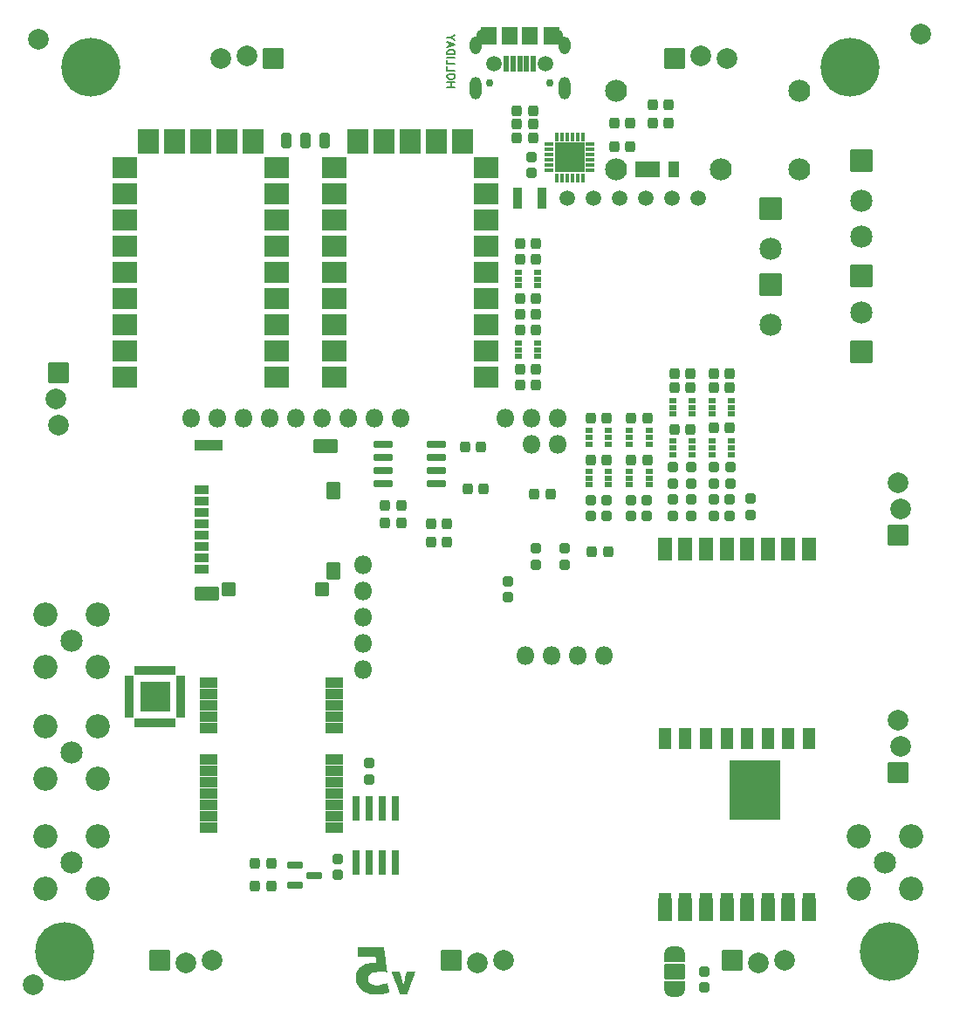
<source format=gbs>
G04 #@! TF.GenerationSoftware,KiCad,Pcbnew,(6.0.5-0)*
G04 #@! TF.CreationDate,2023-01-12T14:03:18-08:00*
G04 #@! TF.ProjectId,mainboard,6d61696e-626f-4617-9264-2e6b69636164,rev?*
G04 #@! TF.SameCoordinates,Original*
G04 #@! TF.FileFunction,Soldermask,Bot*
G04 #@! TF.FilePolarity,Negative*
%FSLAX46Y46*%
G04 Gerber Fmt 4.6, Leading zero omitted, Abs format (unit mm)*
G04 Created by KiCad (PCBNEW (6.0.5-0)) date 2023-01-12 14:03:18*
%MOMM*%
%LPD*%
G01*
G04 APERTURE LIST*
G04 Aperture macros list*
%AMRoundRect*
0 Rectangle with rounded corners*
0 $1 Rounding radius*
0 $2 $3 $4 $5 $6 $7 $8 $9 X,Y pos of 4 corners*
0 Add a 4 corners polygon primitive as box body*
4,1,4,$2,$3,$4,$5,$6,$7,$8,$9,$2,$3,0*
0 Add four circle primitives for the rounded corners*
1,1,$1+$1,$2,$3*
1,1,$1+$1,$4,$5*
1,1,$1+$1,$6,$7*
1,1,$1+$1,$8,$9*
0 Add four rect primitives between the rounded corners*
20,1,$1+$1,$2,$3,$4,$5,0*
20,1,$1+$1,$4,$5,$6,$7,0*
20,1,$1+$1,$6,$7,$8,$9,0*
20,1,$1+$1,$8,$9,$2,$3,0*%
%AMFreePoly0*
4,1,42,0.785921,0.985921,0.800800,0.950000,0.800800,-0.950000,0.785921,-0.985921,0.750000,-1.000800,0.000000,-1.000800,-0.012493,-0.995625,-0.095799,-0.994317,-0.107892,-0.992660,-0.270578,-0.949981,-0.281927,-0.945488,-0.429737,-0.865233,-0.439686,-0.858162,-0.564086,-0.744967,-0.572062,-0.735727,-0.665870,-0.596126,-0.671411,-0.585251,-0.729211,-0.427304,-0.731998,-0.415421,-0.749646,-0.255575,
-0.748541,-0.255453,-0.750800,-0.250000,-0.750800,0.250000,-0.750374,0.251027,-0.750455,0.251757,-0.750327,0.263961,-0.728373,0.430714,-0.725338,0.442536,-0.664242,0.599239,-0.658474,0.609996,-0.561763,0.747601,-0.553596,0.756672,-0.426853,0.867237,-0.416757,0.874098,-0.267299,0.951239,-0.255859,0.955493,-0.092315,0.994757,-0.080190,0.996160,-0.012063,0.995804,0.000000,1.000800,
0.750000,1.000800,0.785921,0.985921,0.785921,0.985921,$1*%
%AMFreePoly1*
4,1,41,0.012372,0.995676,0.087999,0.995279,0.100109,0.993750,0.263234,0.952776,0.274629,0.948401,0.423270,0.869699,0.433293,0.862733,0.558872,0.750847,0.566944,0.741691,0.662209,0.603080,0.667864,0.592263,0.727315,0.434929,0.730226,0.423076,0.750432,0.256103,0.750800,0.250000,0.750800,-0.250000,0.750797,-0.250534,0.750643,-0.265194,0.750139,-0.271818,0.726441,-0.438331,
0.723282,-0.450121,0.660549,-0.606176,0.654669,-0.616872,0.556522,-0.753457,0.548260,-0.762442,0.420366,-0.871674,0.410200,-0.878428,0.259943,-0.954000,0.248458,-0.958135,0.084511,-0.995683,0.072372,-0.996959,0.011580,-0.996004,0.000000,-1.000800,-0.750000,-1.000800,-0.785921,-0.985921,-0.800800,-0.950000,-0.800800,0.950000,-0.785921,0.985921,-0.750000,1.000800,0.000000,1.000800,
0.012372,0.995676,0.012372,0.995676,$1*%
G04 Aperture macros list end*
%ADD10C,0.190500*%
%ADD11C,0.010000*%
%ADD12RoundRect,0.063500X-0.939800X0.939800X-0.939800X-0.939800X0.939800X-0.939800X0.939800X0.939800X0*%
%ADD13C,2.006600*%
%ADD14RoundRect,0.063500X0.939800X-0.939800X0.939800X0.939800X-0.939800X0.939800X-0.939800X-0.939800X0*%
%ADD15RoundRect,0.063500X-0.939800X-0.939800X0.939800X-0.939800X0.939800X0.939800X-0.939800X0.939800X0*%
%ADD16RoundRect,0.063500X0.939800X0.939800X-0.939800X0.939800X-0.939800X-0.939800X0.939800X-0.939800X0*%
%ADD17RoundRect,0.063500X1.016000X-1.016000X1.016000X1.016000X-1.016000X1.016000X-1.016000X-1.016000X0*%
%ADD18C,2.159000*%
%ADD19O,1.801600X1.801600*%
%ADD20C,5.701600*%
%ADD21C,0.751600*%
%ADD22O,1.101600X2.201600*%
%ADD23O,1.101600X1.701600*%
%ADD24C,2.133600*%
%ADD25C,2.151600*%
%ADD26C,2.351600*%
%ADD27RoundRect,0.063500X0.812800X-0.406400X0.812800X0.406400X-0.812800X0.406400X-0.812800X-0.406400X0*%
%ADD28RoundRect,0.063500X0.381000X0.152400X-0.381000X0.152400X-0.381000X-0.152400X0.381000X-0.152400X0*%
%ADD29RoundRect,0.063500X0.152400X-0.381000X0.152400X0.381000X-0.152400X0.381000X-0.152400X-0.381000X0*%
%ADD30RoundRect,0.063500X-0.381000X-0.152400X0.381000X-0.152400X0.381000X0.152400X-0.381000X0.152400X0*%
%ADD31RoundRect,0.063500X-0.152400X0.381000X-0.152400X-0.381000X0.152400X-0.381000X0.152400X0.381000X0*%
%ADD32RoundRect,0.063500X1.397000X1.397000X-1.397000X1.397000X-1.397000X-1.397000X1.397000X-1.397000X0*%
%ADD33RoundRect,0.269550X-0.218750X-0.256250X0.218750X-0.256250X0.218750X0.256250X-0.218750X0.256250X0*%
%ADD34RoundRect,0.269550X0.256250X-0.218750X0.256250X0.218750X-0.256250X0.218750X-0.256250X-0.218750X0*%
%ADD35RoundRect,0.269550X-0.256250X0.218750X-0.256250X-0.218750X0.256250X-0.218750X0.256250X0.218750X0*%
%ADD36RoundRect,0.050800X0.304800X1.104900X-0.304800X1.104900X-0.304800X-1.104900X0.304800X-1.104900X0*%
%ADD37RoundRect,0.063500X0.660400X-0.279400X0.660400X0.279400X-0.660400X0.279400X-0.660400X-0.279400X0*%
%ADD38RoundRect,0.063500X-1.143000X-0.990600X1.143000X-0.990600X1.143000X0.990600X-1.143000X0.990600X0*%
%ADD39RoundRect,0.063500X0.990600X-1.143000X0.990600X1.143000X-0.990600X1.143000X-0.990600X-1.143000X0*%
%ADD40RoundRect,0.063500X-0.620000X0.400000X-0.620000X-0.400000X0.620000X-0.400000X0.620000X0.400000X0*%
%ADD41RoundRect,0.063500X-0.600000X0.580000X-0.600000X-0.580000X0.600000X-0.580000X0.600000X0.580000X0*%
%ADD42RoundRect,0.063500X-1.250000X0.475000X-1.250000X-0.475000X1.250000X-0.475000X1.250000X0.475000X0*%
%ADD43RoundRect,0.063500X-1.100000X0.575000X-1.100000X-0.575000X1.100000X-0.575000X1.100000X0.575000X0*%
%ADD44RoundRect,0.063500X-0.575000X0.750000X-0.575000X-0.750000X0.575000X-0.750000X0.575000X0.750000X0*%
%ADD45RoundRect,0.063500X-0.625000X0.580000X-0.625000X-0.580000X0.625000X-0.580000X0.625000X0.580000X0*%
%ADD46RoundRect,0.269550X0.218750X0.256250X-0.218750X0.256250X-0.218750X-0.256250X0.218750X-0.256250X0*%
%ADD47RoundRect,0.200800X-0.725000X-0.150000X0.725000X-0.150000X0.725000X0.150000X-0.725000X0.150000X0*%
%ADD48C,2.000000*%
%ADD49RoundRect,0.063500X-0.650000X1.000000X-0.650000X-1.000000X0.650000X-1.000000X0.650000X1.000000X0*%
%ADD50RoundRect,0.063500X-2.400000X2.849999X-2.400000X-2.849999X2.400000X-2.849999X2.400000X2.849999X0*%
%ADD51RoundRect,0.050800X0.150000X0.400000X-0.150000X0.400000X-0.150000X-0.400000X0.150000X-0.400000X0*%
%ADD52RoundRect,0.050800X-0.400000X0.150000X-0.400000X-0.150000X0.400000X-0.150000X0.400000X0.150000X0*%
%ADD53RoundRect,0.050800X-1.400000X1.400000X-1.400000X-1.400000X1.400000X-1.400000X1.400000X1.400000X0*%
%ADD54RoundRect,0.050800X0.225000X0.675000X-0.225000X0.675000X-0.225000X-0.675000X0.225000X-0.675000X0*%
%ADD55C,1.509600*%
%ADD56C,1.371600*%
%ADD57RoundRect,0.050800X-0.750000X-0.775000X0.750000X-0.775000X0.750000X0.775000X-0.750000X0.775000X0*%
%ADD58RoundRect,0.228400X-0.222400X-0.822400X0.222400X-0.822400X0.222400X0.822400X-0.222400X0.822400X0*%
%ADD59RoundRect,0.050800X-0.300000X0.200000X-0.300000X-0.200000X0.300000X-0.200000X0.300000X0.200000X0*%
%ADD60RoundRect,0.050800X-0.325000X-0.200000X0.325000X-0.200000X0.325000X0.200000X-0.325000X0.200000X0*%
%ADD61RoundRect,0.294550X-0.243750X-0.456250X0.243750X-0.456250X0.243750X0.456250X-0.243750X0.456250X0*%
%ADD62RoundRect,0.063500X-1.016000X1.016000X-1.016000X-1.016000X1.016000X-1.016000X1.016000X1.016000X0*%
%ADD63RoundRect,0.063500X-0.450000X-0.700000X0.450000X-0.700000X0.450000X0.700000X-0.450000X0.700000X0*%
%ADD64RoundRect,0.063500X-1.100000X-0.700000X1.100000X-0.700000X1.100000X0.700000X-1.100000X0.700000X0*%
%ADD65C,1.501600*%
%ADD66RoundRect,0.050800X-0.500000X1.000000X-0.500000X-1.000000X0.500000X-1.000000X0.500000X1.000000X0*%
%ADD67FreePoly0,270.000000*%
%ADD68RoundRect,0.050800X-0.950000X0.700000X-0.950000X-0.700000X0.950000X-0.700000X0.950000X0.700000X0*%
%ADD69FreePoly1,270.000000*%
G04 APERTURE END LIST*
D10*
X140498285Y-59472285D02*
X141260285Y-59472285D01*
X140897428Y-59472285D02*
X140897428Y-59036857D01*
X140498285Y-59036857D02*
X141260285Y-59036857D01*
X141260285Y-58528857D02*
X141260285Y-58383714D01*
X141224000Y-58311142D01*
X141151428Y-58238571D01*
X141006285Y-58202285D01*
X140752285Y-58202285D01*
X140607142Y-58238571D01*
X140534571Y-58311142D01*
X140498285Y-58383714D01*
X140498285Y-58528857D01*
X140534571Y-58601428D01*
X140607142Y-58674000D01*
X140752285Y-58710285D01*
X141006285Y-58710285D01*
X141151428Y-58674000D01*
X141224000Y-58601428D01*
X141260285Y-58528857D01*
X140498285Y-57512857D02*
X140498285Y-57875714D01*
X141260285Y-57875714D01*
X140498285Y-56896000D02*
X140498285Y-57258857D01*
X141260285Y-57258857D01*
X140498285Y-56642000D02*
X141260285Y-56642000D01*
X140498285Y-56279142D02*
X141260285Y-56279142D01*
X141260285Y-56097714D01*
X141224000Y-55988857D01*
X141151428Y-55916285D01*
X141078857Y-55880000D01*
X140933714Y-55843714D01*
X140824857Y-55843714D01*
X140679714Y-55880000D01*
X140607142Y-55916285D01*
X140534571Y-55988857D01*
X140498285Y-56097714D01*
X140498285Y-56279142D01*
X140716000Y-55553428D02*
X140716000Y-55190571D01*
X140498285Y-55626000D02*
X141260285Y-55372000D01*
X140498285Y-55118000D01*
X140861142Y-54718857D02*
X140498285Y-54718857D01*
X141260285Y-54972857D02*
X140861142Y-54718857D01*
X141260285Y-54464857D01*
G36*
X133285827Y-142900421D02*
G01*
X133465063Y-142900500D01*
X133621967Y-142900664D01*
X133758026Y-142900938D01*
X133874731Y-142901350D01*
X133973569Y-142901927D01*
X134056030Y-142902695D01*
X134123602Y-142903681D01*
X134177775Y-142904911D01*
X134220037Y-142906413D01*
X134251876Y-142908214D01*
X134274782Y-142910339D01*
X134290244Y-142912816D01*
X134299750Y-142915671D01*
X134304790Y-142918932D01*
X134306851Y-142922624D01*
X134307268Y-142924509D01*
X134310865Y-142947370D01*
X134317133Y-142992376D01*
X134325805Y-143057375D01*
X134336616Y-143140216D01*
X134349298Y-143238746D01*
X134363585Y-143350813D01*
X134379212Y-143474265D01*
X134395911Y-143606951D01*
X134413416Y-143746718D01*
X134431460Y-143891414D01*
X134449779Y-144038888D01*
X134468104Y-144186987D01*
X134486169Y-144333558D01*
X134503709Y-144476452D01*
X134520457Y-144613514D01*
X134536146Y-144742593D01*
X134550510Y-144861538D01*
X134563282Y-144968196D01*
X134574197Y-145060415D01*
X134582987Y-145136043D01*
X134589387Y-145192928D01*
X134593130Y-145228918D01*
X134593949Y-145241862D01*
X134585425Y-145243098D01*
X134557632Y-145241279D01*
X134518400Y-145235924D01*
X134488358Y-145231622D01*
X134410518Y-145223687D01*
X134316031Y-145217159D01*
X134210771Y-145212228D01*
X134100613Y-145209088D01*
X133991433Y-145207931D01*
X133889104Y-145208951D01*
X133799502Y-145212339D01*
X133668465Y-145222098D01*
X133496827Y-145243615D01*
X133345937Y-145274379D01*
X133213840Y-145315031D01*
X133098579Y-145366210D01*
X132998197Y-145428554D01*
X132910737Y-145502704D01*
X132852061Y-145571634D01*
X132796004Y-145669972D01*
X132759017Y-145778552D01*
X132741665Y-145893148D01*
X132744517Y-146009535D01*
X132768138Y-146123486D01*
X132813096Y-146230775D01*
X132835681Y-146266464D01*
X132890035Y-146331389D01*
X132958188Y-146395354D01*
X133033653Y-146452540D01*
X133109948Y-146497129D01*
X133136118Y-146509655D01*
X133212736Y-146542731D01*
X133285543Y-146567243D01*
X133360346Y-146584309D01*
X133442951Y-146595047D01*
X133539167Y-146600576D01*
X133654800Y-146602012D01*
X133687501Y-146601892D01*
X133777069Y-146600619D01*
X133850020Y-146597595D01*
X133913018Y-146592311D01*
X133972723Y-146584258D01*
X134035800Y-146572927D01*
X134123843Y-146554559D01*
X134332485Y-146500861D01*
X134523458Y-146436023D01*
X134552837Y-146424846D01*
X134596509Y-146408908D01*
X134627146Y-146398627D01*
X134639451Y-146395840D01*
X134640748Y-146399641D01*
X134647168Y-146423922D01*
X134658006Y-146467452D01*
X134672403Y-146526589D01*
X134689502Y-146597692D01*
X134708444Y-146677122D01*
X134728370Y-146761236D01*
X134748422Y-146846396D01*
X134767740Y-146928960D01*
X134785468Y-147005288D01*
X134800745Y-147071739D01*
X134812715Y-147124672D01*
X134820517Y-147160447D01*
X134823294Y-147175424D01*
X134823272Y-147175820D01*
X134810816Y-147189202D01*
X134778140Y-147208161D01*
X134729178Y-147230985D01*
X134667864Y-147255966D01*
X134598133Y-147281392D01*
X134523918Y-147305553D01*
X134407650Y-147338157D01*
X134212526Y-147381950D01*
X134010400Y-147415013D01*
X133956849Y-147420512D01*
X133874813Y-147425466D01*
X133778619Y-147428604D01*
X133673205Y-147429985D01*
X133563514Y-147429666D01*
X133454485Y-147427706D01*
X133351059Y-147424162D01*
X133258176Y-147419093D01*
X133180776Y-147412555D01*
X133123800Y-147404609D01*
X133037501Y-147386678D01*
X132817385Y-147326844D01*
X132614164Y-147250184D01*
X132428591Y-147157111D01*
X132261422Y-147048036D01*
X132113409Y-146923369D01*
X131985308Y-146783523D01*
X131891141Y-146655334D01*
X131811572Y-146520336D01*
X131747782Y-146377096D01*
X131695678Y-146217615D01*
X131688644Y-146191156D01*
X131681001Y-146155979D01*
X131675535Y-146118496D01*
X131671903Y-146074089D01*
X131669760Y-146018142D01*
X131668764Y-145946034D01*
X131668571Y-145853150D01*
X131668604Y-145827101D01*
X131669016Y-145741869D01*
X131670207Y-145675791D01*
X131672607Y-145623918D01*
X131676651Y-145581297D01*
X131682771Y-145542979D01*
X131691398Y-145504014D01*
X131702967Y-145459450D01*
X131704220Y-145454816D01*
X131761052Y-145286518D01*
X131835753Y-145135252D01*
X131929582Y-144998862D01*
X132043793Y-144875194D01*
X132089755Y-144833306D01*
X132205911Y-144741509D01*
X132330187Y-144663842D01*
X132468218Y-144597037D01*
X132625641Y-144537826D01*
X132644902Y-144531459D01*
X132756514Y-144497932D01*
X132864228Y-144472261D01*
X132973849Y-144453621D01*
X133091181Y-144441186D01*
X133222030Y-144434129D01*
X133372198Y-144431626D01*
X133394514Y-144431538D01*
X133491648Y-144430565D01*
X133564947Y-144428656D01*
X133615705Y-144425740D01*
X133645216Y-144421750D01*
X133654773Y-144416616D01*
X133653847Y-144407280D01*
X133649762Y-144375269D01*
X133642873Y-144324347D01*
X133633677Y-144258123D01*
X133622670Y-144180205D01*
X133610350Y-144094200D01*
X133601237Y-144030759D01*
X133589838Y-143950689D01*
X133580109Y-143881513D01*
X133572546Y-143826792D01*
X133567644Y-143790088D01*
X133565900Y-143774958D01*
X133561819Y-143773890D01*
X133535871Y-143772092D01*
X133487747Y-143770408D01*
X133419499Y-143768864D01*
X133333178Y-143767486D01*
X133230837Y-143766300D01*
X133114526Y-143765333D01*
X132986299Y-143764609D01*
X132848207Y-143764156D01*
X132702300Y-143764000D01*
X131838700Y-143764000D01*
X131838700Y-142900400D01*
X133082770Y-142900400D01*
X133285827Y-142900421D01*
G37*
D11*
X133285827Y-142900421D02*
X133465063Y-142900500D01*
X133621967Y-142900664D01*
X133758026Y-142900938D01*
X133874731Y-142901350D01*
X133973569Y-142901927D01*
X134056030Y-142902695D01*
X134123602Y-142903681D01*
X134177775Y-142904911D01*
X134220037Y-142906413D01*
X134251876Y-142908214D01*
X134274782Y-142910339D01*
X134290244Y-142912816D01*
X134299750Y-142915671D01*
X134304790Y-142918932D01*
X134306851Y-142922624D01*
X134307268Y-142924509D01*
X134310865Y-142947370D01*
X134317133Y-142992376D01*
X134325805Y-143057375D01*
X134336616Y-143140216D01*
X134349298Y-143238746D01*
X134363585Y-143350813D01*
X134379212Y-143474265D01*
X134395911Y-143606951D01*
X134413416Y-143746718D01*
X134431460Y-143891414D01*
X134449779Y-144038888D01*
X134468104Y-144186987D01*
X134486169Y-144333558D01*
X134503709Y-144476452D01*
X134520457Y-144613514D01*
X134536146Y-144742593D01*
X134550510Y-144861538D01*
X134563282Y-144968196D01*
X134574197Y-145060415D01*
X134582987Y-145136043D01*
X134589387Y-145192928D01*
X134593130Y-145228918D01*
X134593949Y-145241862D01*
X134585425Y-145243098D01*
X134557632Y-145241279D01*
X134518400Y-145235924D01*
X134488358Y-145231622D01*
X134410518Y-145223687D01*
X134316031Y-145217159D01*
X134210771Y-145212228D01*
X134100613Y-145209088D01*
X133991433Y-145207931D01*
X133889104Y-145208951D01*
X133799502Y-145212339D01*
X133668465Y-145222098D01*
X133496827Y-145243615D01*
X133345937Y-145274379D01*
X133213840Y-145315031D01*
X133098579Y-145366210D01*
X132998197Y-145428554D01*
X132910737Y-145502704D01*
X132852061Y-145571634D01*
X132796004Y-145669972D01*
X132759017Y-145778552D01*
X132741665Y-145893148D01*
X132744517Y-146009535D01*
X132768138Y-146123486D01*
X132813096Y-146230775D01*
X132835681Y-146266464D01*
X132890035Y-146331389D01*
X132958188Y-146395354D01*
X133033653Y-146452540D01*
X133109948Y-146497129D01*
X133136118Y-146509655D01*
X133212736Y-146542731D01*
X133285543Y-146567243D01*
X133360346Y-146584309D01*
X133442951Y-146595047D01*
X133539167Y-146600576D01*
X133654800Y-146602012D01*
X133687501Y-146601892D01*
X133777069Y-146600619D01*
X133850020Y-146597595D01*
X133913018Y-146592311D01*
X133972723Y-146584258D01*
X134035800Y-146572927D01*
X134123843Y-146554559D01*
X134332485Y-146500861D01*
X134523458Y-146436023D01*
X134552837Y-146424846D01*
X134596509Y-146408908D01*
X134627146Y-146398627D01*
X134639451Y-146395840D01*
X134640748Y-146399641D01*
X134647168Y-146423922D01*
X134658006Y-146467452D01*
X134672403Y-146526589D01*
X134689502Y-146597692D01*
X134708444Y-146677122D01*
X134728370Y-146761236D01*
X134748422Y-146846396D01*
X134767740Y-146928960D01*
X134785468Y-147005288D01*
X134800745Y-147071739D01*
X134812715Y-147124672D01*
X134820517Y-147160447D01*
X134823294Y-147175424D01*
X134823272Y-147175820D01*
X134810816Y-147189202D01*
X134778140Y-147208161D01*
X134729178Y-147230985D01*
X134667864Y-147255966D01*
X134598133Y-147281392D01*
X134523918Y-147305553D01*
X134407650Y-147338157D01*
X134212526Y-147381950D01*
X134010400Y-147415013D01*
X133956849Y-147420512D01*
X133874813Y-147425466D01*
X133778619Y-147428604D01*
X133673205Y-147429985D01*
X133563514Y-147429666D01*
X133454485Y-147427706D01*
X133351059Y-147424162D01*
X133258176Y-147419093D01*
X133180776Y-147412555D01*
X133123800Y-147404609D01*
X133037501Y-147386678D01*
X132817385Y-147326844D01*
X132614164Y-147250184D01*
X132428591Y-147157111D01*
X132261422Y-147048036D01*
X132113409Y-146923369D01*
X131985308Y-146783523D01*
X131891141Y-146655334D01*
X131811572Y-146520336D01*
X131747782Y-146377096D01*
X131695678Y-146217615D01*
X131688644Y-146191156D01*
X131681001Y-146155979D01*
X131675535Y-146118496D01*
X131671903Y-146074089D01*
X131669760Y-146018142D01*
X131668764Y-145946034D01*
X131668571Y-145853150D01*
X131668604Y-145827101D01*
X131669016Y-145741869D01*
X131670207Y-145675791D01*
X131672607Y-145623918D01*
X131676651Y-145581297D01*
X131682771Y-145542979D01*
X131691398Y-145504014D01*
X131702967Y-145459450D01*
X131704220Y-145454816D01*
X131761052Y-145286518D01*
X131835753Y-145135252D01*
X131929582Y-144998862D01*
X132043793Y-144875194D01*
X132089755Y-144833306D01*
X132205911Y-144741509D01*
X132330187Y-144663842D01*
X132468218Y-144597037D01*
X132625641Y-144537826D01*
X132644902Y-144531459D01*
X132756514Y-144497932D01*
X132864228Y-144472261D01*
X132973849Y-144453621D01*
X133091181Y-144441186D01*
X133222030Y-144434129D01*
X133372198Y-144431626D01*
X133394514Y-144431538D01*
X133491648Y-144430565D01*
X133564947Y-144428656D01*
X133615705Y-144425740D01*
X133645216Y-144421750D01*
X133654773Y-144416616D01*
X133653847Y-144407280D01*
X133649762Y-144375269D01*
X133642873Y-144324347D01*
X133633677Y-144258123D01*
X133622670Y-144180205D01*
X133610350Y-144094200D01*
X133601237Y-144030759D01*
X133589838Y-143950689D01*
X133580109Y-143881513D01*
X133572546Y-143826792D01*
X133567644Y-143790088D01*
X133565900Y-143774958D01*
X133561819Y-143773890D01*
X133535871Y-143772092D01*
X133487747Y-143770408D01*
X133419499Y-143768864D01*
X133333178Y-143767486D01*
X133230837Y-143766300D01*
X133114526Y-143765333D01*
X132986299Y-143764609D01*
X132848207Y-143764156D01*
X132702300Y-143764000D01*
X131838700Y-143764000D01*
X131838700Y-142900400D01*
X133082770Y-142900400D01*
X133285827Y-142900421D01*
G36*
X137030086Y-145288176D02*
G01*
X137127225Y-145289139D01*
X137205711Y-145290888D01*
X137263860Y-145293365D01*
X137299984Y-145296510D01*
X137312400Y-145300267D01*
X137308241Y-145312940D01*
X137296143Y-145347387D01*
X137276873Y-145401481D01*
X137251199Y-145473108D01*
X137219889Y-145560152D01*
X137183711Y-145660496D01*
X137143432Y-145772026D01*
X137099819Y-145892626D01*
X137053641Y-146020180D01*
X137005665Y-146152572D01*
X136956659Y-146287687D01*
X136907391Y-146423409D01*
X136858628Y-146557622D01*
X136811137Y-146688212D01*
X136765688Y-146813061D01*
X136723046Y-146930055D01*
X136683981Y-147037078D01*
X136649259Y-147132013D01*
X136619648Y-147212747D01*
X136595916Y-147277162D01*
X136578831Y-147323143D01*
X136569161Y-147348575D01*
X136564755Y-147355345D01*
X136555537Y-147360614D01*
X136538582Y-147364530D01*
X136510946Y-147367285D01*
X136469685Y-147369075D01*
X136411855Y-147370093D01*
X136334514Y-147370532D01*
X136234717Y-147370587D01*
X135909050Y-147370374D01*
X135528050Y-146346420D01*
X135484389Y-146229037D01*
X135428851Y-146079600D01*
X135376334Y-145938154D01*
X135327487Y-145806453D01*
X135282960Y-145686256D01*
X135243402Y-145579319D01*
X135209465Y-145487399D01*
X135181796Y-145412253D01*
X135161047Y-145355637D01*
X135147866Y-145319310D01*
X135142905Y-145305027D01*
X135142886Y-145302844D01*
X135148499Y-145298087D01*
X135164293Y-145294525D01*
X135192805Y-145292052D01*
X135236569Y-145290564D01*
X135298120Y-145289957D01*
X135379995Y-145290127D01*
X135484728Y-145290969D01*
X135830696Y-145294350D01*
X135973908Y-145811288D01*
X135982228Y-145841383D01*
X136014774Y-145960276D01*
X136046461Y-146077768D01*
X136076284Y-146190019D01*
X136103236Y-146293188D01*
X136126313Y-146383433D01*
X136144507Y-146456913D01*
X136156814Y-146509788D01*
X136162614Y-146536189D01*
X136176785Y-146599574D01*
X136189081Y-146653054D01*
X136198346Y-146691655D01*
X136203423Y-146710400D01*
X136204396Y-146711495D01*
X136210700Y-146700612D01*
X136220658Y-146669865D01*
X136233110Y-146623147D01*
X136246898Y-146564350D01*
X136252737Y-146539338D01*
X136267885Y-146479196D01*
X136288716Y-146400189D01*
X136314276Y-146305787D01*
X136343613Y-146199460D01*
X136375775Y-146084677D01*
X136409808Y-145964909D01*
X136444759Y-145843625D01*
X136606062Y-145288000D01*
X136959231Y-145288000D01*
X137030086Y-145288176D01*
G37*
X137030086Y-145288176D02*
X137127225Y-145289139D01*
X137205711Y-145290888D01*
X137263860Y-145293365D01*
X137299984Y-145296510D01*
X137312400Y-145300267D01*
X137308241Y-145312940D01*
X137296143Y-145347387D01*
X137276873Y-145401481D01*
X137251199Y-145473108D01*
X137219889Y-145560152D01*
X137183711Y-145660496D01*
X137143432Y-145772026D01*
X137099819Y-145892626D01*
X137053641Y-146020180D01*
X137005665Y-146152572D01*
X136956659Y-146287687D01*
X136907391Y-146423409D01*
X136858628Y-146557622D01*
X136811137Y-146688212D01*
X136765688Y-146813061D01*
X136723046Y-146930055D01*
X136683981Y-147037078D01*
X136649259Y-147132013D01*
X136619648Y-147212747D01*
X136595916Y-147277162D01*
X136578831Y-147323143D01*
X136569161Y-147348575D01*
X136564755Y-147355345D01*
X136555537Y-147360614D01*
X136538582Y-147364530D01*
X136510946Y-147367285D01*
X136469685Y-147369075D01*
X136411855Y-147370093D01*
X136334514Y-147370532D01*
X136234717Y-147370587D01*
X135909050Y-147370374D01*
X135528050Y-146346420D01*
X135484389Y-146229037D01*
X135428851Y-146079600D01*
X135376334Y-145938154D01*
X135327487Y-145806453D01*
X135282960Y-145686256D01*
X135243402Y-145579319D01*
X135209465Y-145487399D01*
X135181796Y-145412253D01*
X135161047Y-145355637D01*
X135147866Y-145319310D01*
X135142905Y-145305027D01*
X135142886Y-145302844D01*
X135148499Y-145298087D01*
X135164293Y-145294525D01*
X135192805Y-145292052D01*
X135236569Y-145290564D01*
X135298120Y-145289957D01*
X135379995Y-145290127D01*
X135484728Y-145290969D01*
X135830696Y-145294350D01*
X135973908Y-145811288D01*
X135982228Y-145841383D01*
X136014774Y-145960276D01*
X136046461Y-146077768D01*
X136076284Y-146190019D01*
X136103236Y-146293188D01*
X136126313Y-146383433D01*
X136144507Y-146456913D01*
X136156814Y-146509788D01*
X136162614Y-146536189D01*
X136176785Y-146599574D01*
X136189081Y-146653054D01*
X136198346Y-146691655D01*
X136203423Y-146710400D01*
X136204396Y-146711495D01*
X136210700Y-146700612D01*
X136220658Y-146669865D01*
X136233110Y-146623147D01*
X136246898Y-146564350D01*
X136252737Y-146539338D01*
X136267885Y-146479196D01*
X136288716Y-146400189D01*
X136314276Y-146305787D01*
X136343613Y-146199460D01*
X136375775Y-146084677D01*
X136409808Y-145964909D01*
X136444759Y-145843625D01*
X136606062Y-145288000D01*
X136959231Y-145288000D01*
X137030086Y-145288176D01*
D12*
X102800100Y-87233596D03*
D13*
X102546100Y-89773596D03*
X102800100Y-92313596D03*
D14*
X184269100Y-102981596D03*
D13*
X184523100Y-100441596D03*
X184269100Y-97901596D03*
D15*
X112649000Y-144145000D03*
D13*
X115189000Y-144399000D03*
X117729000Y-144145000D03*
D16*
X123605600Y-56711096D03*
D13*
X121065600Y-56457096D03*
X118525600Y-56711096D03*
D17*
X180708100Y-77816296D03*
D18*
X180708100Y-73960696D03*
D17*
X180708100Y-85171896D03*
D18*
X180708100Y-81316296D03*
D19*
X132384800Y-105816400D03*
X132384800Y-108356400D03*
X132384800Y-110896400D03*
X132384800Y-113436400D03*
X132384800Y-115976400D03*
X115697000Y-91567000D03*
X118237000Y-91567000D03*
X120777000Y-91567000D03*
X123317000Y-91567000D03*
X125857000Y-91567000D03*
X128397000Y-91567000D03*
X130937000Y-91567000D03*
X133477000Y-91567000D03*
X136017000Y-91567000D03*
D20*
X105966100Y-57569100D03*
X103426100Y-143294100D03*
X183426100Y-143294100D03*
X179626100Y-57569100D03*
D14*
X184277000Y-125984000D03*
D13*
X184531000Y-123444000D03*
X184277000Y-120904000D03*
D15*
X168148000Y-144145000D03*
D13*
X170688000Y-144399000D03*
X173228000Y-144145000D03*
D21*
X150446600Y-59086800D03*
X144666600Y-59086800D03*
D22*
X143236600Y-59586800D03*
D23*
X143236600Y-55436800D03*
X151876600Y-55436800D03*
D22*
X151876600Y-59586800D03*
D24*
X156892300Y-67485096D03*
X156892300Y-59865096D03*
X167052300Y-67485096D03*
X174672300Y-59865096D03*
X174672300Y-67485096D03*
D25*
X183007000Y-134684096D03*
D26*
X185547000Y-132144096D03*
X180467000Y-137224096D03*
X180467000Y-132144096D03*
X185547000Y-137224096D03*
D25*
X104111100Y-134684096D03*
D26*
X106651100Y-132144096D03*
X101571100Y-137224096D03*
X101571100Y-132144096D03*
X106651100Y-137224096D03*
D19*
X148653500Y-94107000D03*
X151193500Y-94107000D03*
X146113500Y-91567000D03*
X148653500Y-91567000D03*
X151193500Y-91567000D03*
D15*
X140881100Y-144145000D03*
D13*
X143421100Y-144399000D03*
X145961100Y-144145000D03*
D19*
X148082000Y-114604800D03*
X150622000Y-114604800D03*
X153162000Y-114604800D03*
X155702000Y-114604800D03*
D15*
X162604100Y-56711096D03*
D13*
X165144100Y-56457096D03*
X167684100Y-56711096D03*
D27*
X117370562Y-131272543D03*
X117370562Y-130172543D03*
X117370562Y-129072543D03*
X117370562Y-127972543D03*
X117370562Y-126872543D03*
X117370562Y-125772543D03*
X117370562Y-124672543D03*
X117370562Y-121672543D03*
X117370562Y-120572543D03*
X117370562Y-119472543D03*
X117370562Y-118372543D03*
X117370562Y-117272543D03*
X129570562Y-117272543D03*
X129570562Y-118372543D03*
X129570562Y-119472543D03*
X129570562Y-120572543D03*
X129570562Y-121672543D03*
X129570562Y-124672543D03*
X129570562Y-125772543D03*
X129570562Y-126872543D03*
X129570562Y-127972543D03*
X129570562Y-129072543D03*
X129570562Y-130172543D03*
X129570562Y-131272543D03*
D28*
X114661878Y-116854150D03*
X114661878Y-117354150D03*
X114661878Y-117854150D03*
X114661878Y-118354150D03*
X114661878Y-118854150D03*
X114661878Y-119354150D03*
X114661878Y-119854150D03*
X114661878Y-120354150D03*
D29*
X113911878Y-121104150D03*
X113411878Y-121104150D03*
X112911878Y-121104150D03*
X112411878Y-121104150D03*
X111911878Y-121104150D03*
X111411878Y-121104150D03*
X110911878Y-121104150D03*
X110411878Y-121104150D03*
D30*
X109661878Y-120354150D03*
X109661878Y-119854150D03*
X109661878Y-119354150D03*
X109661878Y-118854150D03*
X109661878Y-118354150D03*
X109661878Y-117854150D03*
X109661878Y-117354150D03*
X109661878Y-116854150D03*
D31*
X110411878Y-116104150D03*
X110911878Y-116104150D03*
X111411878Y-116104150D03*
X111911878Y-116104150D03*
X112411878Y-116104150D03*
X112911878Y-116104150D03*
X113411878Y-116104150D03*
X113911878Y-116104150D03*
D32*
X112161878Y-118604150D03*
D33*
X134467500Y-100076000D03*
X136042500Y-100076000D03*
D34*
X151892000Y-105816500D03*
X151892000Y-104241500D03*
X149098000Y-105816500D03*
X149098000Y-104241500D03*
D35*
X164211000Y-99501696D03*
X164211000Y-101076696D03*
D36*
X135509000Y-134696200D03*
X134239000Y-134696200D03*
X132969000Y-134696200D03*
X131699000Y-134696200D03*
X131699000Y-129463800D03*
X132969000Y-129463800D03*
X134239000Y-129463800D03*
X135509000Y-129463800D03*
D33*
X121865600Y-136954096D03*
X123440600Y-136954096D03*
X121865600Y-134795096D03*
X123440600Y-134795096D03*
D35*
X129921000Y-134340500D03*
X129921000Y-135915500D03*
D37*
X125713800Y-136890596D03*
X125713800Y-134985596D03*
X127593400Y-135938096D03*
D33*
X142214500Y-94361000D03*
X143789500Y-94361000D03*
X142468500Y-98425000D03*
X144043500Y-98425000D03*
D38*
X129540000Y-87617300D03*
X129540000Y-85077300D03*
X129540000Y-82537300D03*
X129540000Y-79997300D03*
X129540000Y-77457300D03*
X129540000Y-74917300D03*
X129540000Y-72377300D03*
X129540000Y-69837300D03*
X129540000Y-67297300D03*
D39*
X131826000Y-64757300D03*
X134366000Y-64757300D03*
X136906000Y-64757300D03*
X139446000Y-64757300D03*
X141986000Y-64757300D03*
D38*
X144272000Y-67297300D03*
X144272000Y-69837300D03*
X144272000Y-72377300D03*
X144272000Y-74917300D03*
X144272000Y-77457300D03*
X144272000Y-79997300D03*
X144272000Y-82537300D03*
X144272000Y-85077300D03*
X144272000Y-87617300D03*
D40*
X116708000Y-98573000D03*
X116708000Y-99673000D03*
X116708000Y-100773000D03*
X116708000Y-101873000D03*
X116708000Y-102973000D03*
X116708000Y-104073000D03*
X116708000Y-105173000D03*
X116708000Y-106273000D03*
D41*
X128338000Y-108213000D03*
D42*
X117338000Y-94228000D03*
D43*
X117188000Y-108618000D03*
X128668000Y-94328000D03*
D44*
X129463000Y-98633000D03*
X129463000Y-106413000D03*
D45*
X119338000Y-108213000D03*
D35*
X146431000Y-107416500D03*
X146431000Y-108991500D03*
D46*
X140487500Y-101854000D03*
X138912500Y-101854000D03*
D47*
X134331000Y-97917000D03*
X134331000Y-96647000D03*
X134331000Y-95377000D03*
X134331000Y-94107000D03*
X139481000Y-94107000D03*
X139481000Y-95377000D03*
X139481000Y-96647000D03*
X139481000Y-97917000D03*
D48*
X186436000Y-54356000D03*
D33*
X147269100Y-61798200D03*
X148844100Y-61798200D03*
D25*
X104111100Y-113148708D03*
D26*
X101571100Y-110608708D03*
X101571100Y-115688708D03*
X106651100Y-110608708D03*
X106651100Y-115688708D03*
D49*
X175617520Y-139266000D03*
X173617520Y-139266000D03*
X171617520Y-139266000D03*
X169617520Y-139266000D03*
X167617520Y-139266000D03*
X165617520Y-139266000D03*
X163617520Y-139266000D03*
X161617520Y-139266000D03*
X161617520Y-104266000D03*
X163617520Y-104266000D03*
X165617520Y-104266000D03*
X167617520Y-104266000D03*
X169617520Y-104266000D03*
X171617520Y-104266000D03*
X173617520Y-104266000D03*
X175617520Y-104266000D03*
D50*
X170367520Y-127698500D03*
D51*
X151150000Y-64294000D03*
X151650000Y-64294000D03*
X152150000Y-64294000D03*
X152650000Y-64294000D03*
X153150000Y-64294000D03*
X153650000Y-64294000D03*
D52*
X154400000Y-65044000D03*
X154400000Y-65544000D03*
X154400000Y-66044000D03*
X154400000Y-66544000D03*
X154400000Y-67044000D03*
X154400000Y-67544000D03*
D51*
X153650000Y-68294000D03*
X153150000Y-68294000D03*
X152650000Y-68294000D03*
X152150000Y-68294000D03*
X151650000Y-68294000D03*
X151150000Y-68294000D03*
D52*
X150400000Y-67544000D03*
X150400000Y-67044000D03*
X150400000Y-66544000D03*
X150400000Y-66044000D03*
X150400000Y-65544000D03*
X150400000Y-65044000D03*
D53*
X152400000Y-66294000D03*
D46*
X158267500Y-65278000D03*
X156692500Y-65278000D03*
D34*
X148666200Y-67818100D03*
X148666200Y-66243100D03*
D46*
X162001300Y-62941200D03*
X160426300Y-62941200D03*
X148818700Y-64414400D03*
X147243700Y-64414400D03*
D33*
X156692500Y-62941200D03*
X158267500Y-62941200D03*
D46*
X148844100Y-63093600D03*
X147269100Y-63093600D03*
D54*
X146248600Y-57183400D03*
X146898600Y-57183400D03*
X147548600Y-57183400D03*
X148198600Y-57183400D03*
X148848600Y-57183400D03*
D55*
X145048600Y-57208400D03*
X150048600Y-57208400D03*
D56*
X144048600Y-54508400D03*
X151048600Y-54508400D03*
D57*
X146548600Y-54508400D03*
X148548600Y-54508400D03*
X144498600Y-54508400D03*
X150598600Y-54508400D03*
D25*
X104111100Y-124058896D03*
D26*
X106651100Y-121518896D03*
X106651100Y-126598896D03*
X101571100Y-126598896D03*
X101571100Y-121518896D03*
D35*
X162433000Y-99501696D03*
X162433000Y-101076696D03*
D46*
X156108500Y-104517000D03*
X154533500Y-104517000D03*
D33*
X148945500Y-98933000D03*
X150520500Y-98933000D03*
D46*
X162001300Y-61214000D03*
X160426300Y-61214000D03*
D58*
X147320000Y-70231000D03*
X149720000Y-70231000D03*
D33*
X147548500Y-83058000D03*
X149123500Y-83058000D03*
D35*
X159893000Y-99542500D03*
X159893000Y-101117500D03*
X164211000Y-96367500D03*
X164211000Y-97942500D03*
X168021000Y-96367500D03*
X168021000Y-97942500D03*
D59*
X158181000Y-98059000D03*
X158181000Y-97409000D03*
X158181000Y-96759000D03*
X160081000Y-96759000D03*
X160081000Y-97409000D03*
X160081000Y-98059000D03*
D60*
X166182000Y-91201000D03*
X166182000Y-90551000D03*
X166182000Y-89901000D03*
X168082000Y-89901000D03*
X168082000Y-90551000D03*
X168082000Y-91201000D03*
D59*
X166182000Y-95138000D03*
X166182000Y-94488000D03*
X166182000Y-93838000D03*
X168082000Y-93838000D03*
X168082000Y-94488000D03*
X168082000Y-95138000D03*
D33*
X147548500Y-88392000D03*
X149123500Y-88392000D03*
D46*
X149123500Y-81534000D03*
X147548500Y-81534000D03*
X149123500Y-74676000D03*
X147548500Y-74676000D03*
D33*
X147548500Y-76200000D03*
X149123500Y-76200000D03*
D61*
X124857030Y-64640460D03*
X126732030Y-64640460D03*
X126723140Y-64640460D03*
X128598140Y-64640460D03*
D33*
X154406500Y-91567000D03*
X155981500Y-91567000D03*
D34*
X158369000Y-101117500D03*
X158369000Y-99542500D03*
D33*
X162534500Y-87249000D03*
X164109500Y-87249000D03*
X166344500Y-87249000D03*
X167919500Y-87249000D03*
X162534500Y-88646000D03*
X164109500Y-88646000D03*
X166344500Y-88646000D03*
X167919500Y-88646000D03*
D34*
X166370000Y-97942500D03*
X166370000Y-96367500D03*
D46*
X159918500Y-95631000D03*
X158343500Y-95631000D03*
X164109500Y-92710000D03*
X162534500Y-92710000D03*
X167919500Y-92557600D03*
X166344500Y-92557600D03*
D60*
X162372000Y-91201000D03*
X162372000Y-90551000D03*
X162372000Y-89901000D03*
X164272000Y-89901000D03*
X164272000Y-90551000D03*
X164272000Y-91201000D03*
D59*
X162372000Y-95138000D03*
X162372000Y-94488000D03*
X162372000Y-93838000D03*
X164272000Y-93838000D03*
X164272000Y-94488000D03*
X164272000Y-95138000D03*
D60*
X158181000Y-94122000D03*
X158181000Y-93472000D03*
X158181000Y-92822000D03*
X160081000Y-92822000D03*
X160081000Y-93472000D03*
X160081000Y-94122000D03*
D34*
X155956000Y-101117500D03*
X155956000Y-99542500D03*
D59*
X154244000Y-98059000D03*
X154244000Y-97409000D03*
X154244000Y-96759000D03*
X156144000Y-96759000D03*
X156144000Y-97409000D03*
X156144000Y-98059000D03*
D35*
X154432000Y-99542500D03*
X154432000Y-101117500D03*
D33*
X158343500Y-91567000D03*
X159918500Y-91567000D03*
D34*
X162433000Y-97942500D03*
X162433000Y-96367500D03*
D35*
X166370000Y-99504400D03*
X166370000Y-101079400D03*
X167894000Y-99479000D03*
X167894000Y-101054000D03*
D34*
X169926000Y-100990500D03*
X169926000Y-99415500D03*
D62*
X171917100Y-71293696D03*
D18*
X171917100Y-75149296D03*
D62*
X171917100Y-78649296D03*
D18*
X171917100Y-82504896D03*
D63*
X162486000Y-67500500D03*
D64*
X159936000Y-67500500D03*
D60*
X147386000Y-78755000D03*
X147386000Y-78105000D03*
X147386000Y-77455000D03*
X149286000Y-77455000D03*
X149286000Y-78105000D03*
X149286000Y-78755000D03*
X147386000Y-85613000D03*
X147386000Y-84963000D03*
X147386000Y-84313000D03*
X149286000Y-84313000D03*
X149286000Y-84963000D03*
X149286000Y-85613000D03*
D46*
X149123500Y-80010000D03*
X147548500Y-80010000D03*
D65*
X152146000Y-70231000D03*
X154686000Y-70231000D03*
X157226000Y-70231000D03*
X159766000Y-70231000D03*
X162306000Y-70231000D03*
X164846000Y-70231000D03*
D33*
X147548500Y-86868000D03*
X149123500Y-86868000D03*
D62*
X180708100Y-66624200D03*
D18*
X180708100Y-70479800D03*
D66*
X161617520Y-122683000D03*
X163617520Y-122683000D03*
X165617520Y-122683000D03*
X167617520Y-122683000D03*
X169617520Y-122683000D03*
X171617520Y-122683000D03*
X173617520Y-122683000D03*
X175617520Y-122683000D03*
X175617520Y-138683000D03*
X173617520Y-138683000D03*
X171617520Y-138683000D03*
X169617520Y-138683000D03*
X167617520Y-138683000D03*
X165617520Y-138683000D03*
X163617520Y-138683000D03*
X161617520Y-138683000D03*
D46*
X155981500Y-95631000D03*
X154406500Y-95631000D03*
D60*
X154244000Y-94122000D03*
X154244000Y-93472000D03*
X154244000Y-92822000D03*
X156144000Y-92822000D03*
X156144000Y-93472000D03*
X156144000Y-94122000D03*
D67*
X162601520Y-143588000D03*
D68*
X162601520Y-145288000D03*
D69*
X162601520Y-146988000D03*
D33*
X138912500Y-103632000D03*
X140487500Y-103632000D03*
X134467500Y-101727000D03*
X136042500Y-101727000D03*
D38*
X109217460Y-87617300D03*
X109217460Y-85077300D03*
X109217460Y-82537300D03*
X109217460Y-79997300D03*
X109217460Y-77457300D03*
X109217460Y-74917300D03*
X109217460Y-72377300D03*
X109217460Y-69837300D03*
X109217460Y-67297300D03*
D39*
X111503460Y-64757300D03*
X114043460Y-64757300D03*
X116583460Y-64757300D03*
X119123460Y-64757300D03*
X121663460Y-64757300D03*
D38*
X123949460Y-67297300D03*
X123949460Y-69837300D03*
X123949460Y-72377300D03*
X123949460Y-74917300D03*
X123949460Y-77457300D03*
X123949460Y-79997300D03*
X123949460Y-82537300D03*
X123949460Y-85077300D03*
X123949460Y-87617300D03*
D35*
X132969000Y-125069500D03*
X132969000Y-126644500D03*
D34*
X165481000Y-146837500D03*
X165481000Y-145262500D03*
D48*
X100838000Y-54864000D03*
X100330000Y-146558000D03*
M02*

</source>
